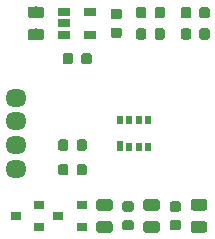
<source format=gtp>
G04 #@! TF.GenerationSoftware,KiCad,Pcbnew,(5.1.2)-1*
G04 #@! TF.CreationDate,2025-09-14T13:11:52+09:00*
G04 #@! TF.ProjectId,ots,6f74732e-6b69-4636-9164-5f7063625858,v1.1*
G04 #@! TF.SameCoordinates,Original*
G04 #@! TF.FileFunction,Paste,Top*
G04 #@! TF.FilePolarity,Positive*
%FSLAX46Y46*%
G04 Gerber Fmt 4.6, Leading zero omitted, Abs format (unit mm)*
G04 Created by KiCad (PCBNEW (5.1.2)-1) date 2025-09-14 13:11:52*
%MOMM*%
%LPD*%
G04 APERTURE LIST*
%ADD10R,1.060000X0.650000*%
%ADD11C,0.100000*%
%ADD12C,0.875000*%
%ADD13R,0.900000X0.800000*%
%ADD14C,0.975000*%
%ADD15R,0.490000X0.740000*%
%ADD16R,0.490000X0.840000*%
%ADD17O,1.800000X1.524000*%
G04 APERTURE END LIST*
D10*
X160300000Y-81250000D03*
X160300000Y-83150000D03*
X158100000Y-83150000D03*
X158100000Y-82200000D03*
X158100000Y-81250000D03*
D11*
G36*
X158252691Y-94126053D02*
G01*
X158273926Y-94129203D01*
X158294750Y-94134419D01*
X158314962Y-94141651D01*
X158334368Y-94150830D01*
X158352781Y-94161866D01*
X158370024Y-94174654D01*
X158385930Y-94189070D01*
X158400346Y-94204976D01*
X158413134Y-94222219D01*
X158424170Y-94240632D01*
X158433349Y-94260038D01*
X158440581Y-94280250D01*
X158445797Y-94301074D01*
X158448947Y-94322309D01*
X158450000Y-94343750D01*
X158450000Y-94856250D01*
X158448947Y-94877691D01*
X158445797Y-94898926D01*
X158440581Y-94919750D01*
X158433349Y-94939962D01*
X158424170Y-94959368D01*
X158413134Y-94977781D01*
X158400346Y-94995024D01*
X158385930Y-95010930D01*
X158370024Y-95025346D01*
X158352781Y-95038134D01*
X158334368Y-95049170D01*
X158314962Y-95058349D01*
X158294750Y-95065581D01*
X158273926Y-95070797D01*
X158252691Y-95073947D01*
X158231250Y-95075000D01*
X157793750Y-95075000D01*
X157772309Y-95073947D01*
X157751074Y-95070797D01*
X157730250Y-95065581D01*
X157710038Y-95058349D01*
X157690632Y-95049170D01*
X157672219Y-95038134D01*
X157654976Y-95025346D01*
X157639070Y-95010930D01*
X157624654Y-94995024D01*
X157611866Y-94977781D01*
X157600830Y-94959368D01*
X157591651Y-94939962D01*
X157584419Y-94919750D01*
X157579203Y-94898926D01*
X157576053Y-94877691D01*
X157575000Y-94856250D01*
X157575000Y-94343750D01*
X157576053Y-94322309D01*
X157579203Y-94301074D01*
X157584419Y-94280250D01*
X157591651Y-94260038D01*
X157600830Y-94240632D01*
X157611866Y-94222219D01*
X157624654Y-94204976D01*
X157639070Y-94189070D01*
X157654976Y-94174654D01*
X157672219Y-94161866D01*
X157690632Y-94150830D01*
X157710038Y-94141651D01*
X157730250Y-94134419D01*
X157751074Y-94129203D01*
X157772309Y-94126053D01*
X157793750Y-94125000D01*
X158231250Y-94125000D01*
X158252691Y-94126053D01*
X158252691Y-94126053D01*
G37*
D12*
X158012500Y-94600000D03*
D11*
G36*
X159827691Y-94126053D02*
G01*
X159848926Y-94129203D01*
X159869750Y-94134419D01*
X159889962Y-94141651D01*
X159909368Y-94150830D01*
X159927781Y-94161866D01*
X159945024Y-94174654D01*
X159960930Y-94189070D01*
X159975346Y-94204976D01*
X159988134Y-94222219D01*
X159999170Y-94240632D01*
X160008349Y-94260038D01*
X160015581Y-94280250D01*
X160020797Y-94301074D01*
X160023947Y-94322309D01*
X160025000Y-94343750D01*
X160025000Y-94856250D01*
X160023947Y-94877691D01*
X160020797Y-94898926D01*
X160015581Y-94919750D01*
X160008349Y-94939962D01*
X159999170Y-94959368D01*
X159988134Y-94977781D01*
X159975346Y-94995024D01*
X159960930Y-95010930D01*
X159945024Y-95025346D01*
X159927781Y-95038134D01*
X159909368Y-95049170D01*
X159889962Y-95058349D01*
X159869750Y-95065581D01*
X159848926Y-95070797D01*
X159827691Y-95073947D01*
X159806250Y-95075000D01*
X159368750Y-95075000D01*
X159347309Y-95073947D01*
X159326074Y-95070797D01*
X159305250Y-95065581D01*
X159285038Y-95058349D01*
X159265632Y-95049170D01*
X159247219Y-95038134D01*
X159229976Y-95025346D01*
X159214070Y-95010930D01*
X159199654Y-94995024D01*
X159186866Y-94977781D01*
X159175830Y-94959368D01*
X159166651Y-94939962D01*
X159159419Y-94919750D01*
X159154203Y-94898926D01*
X159151053Y-94877691D01*
X159150000Y-94856250D01*
X159150000Y-94343750D01*
X159151053Y-94322309D01*
X159154203Y-94301074D01*
X159159419Y-94280250D01*
X159166651Y-94260038D01*
X159175830Y-94240632D01*
X159186866Y-94222219D01*
X159199654Y-94204976D01*
X159214070Y-94189070D01*
X159229976Y-94174654D01*
X159247219Y-94161866D01*
X159265632Y-94150830D01*
X159285038Y-94141651D01*
X159305250Y-94134419D01*
X159326074Y-94129203D01*
X159347309Y-94126053D01*
X159368750Y-94125000D01*
X159806250Y-94125000D01*
X159827691Y-94126053D01*
X159827691Y-94126053D01*
G37*
D12*
X159587500Y-94600000D03*
D11*
G36*
X158252691Y-92026053D02*
G01*
X158273926Y-92029203D01*
X158294750Y-92034419D01*
X158314962Y-92041651D01*
X158334368Y-92050830D01*
X158352781Y-92061866D01*
X158370024Y-92074654D01*
X158385930Y-92089070D01*
X158400346Y-92104976D01*
X158413134Y-92122219D01*
X158424170Y-92140632D01*
X158433349Y-92160038D01*
X158440581Y-92180250D01*
X158445797Y-92201074D01*
X158448947Y-92222309D01*
X158450000Y-92243750D01*
X158450000Y-92756250D01*
X158448947Y-92777691D01*
X158445797Y-92798926D01*
X158440581Y-92819750D01*
X158433349Y-92839962D01*
X158424170Y-92859368D01*
X158413134Y-92877781D01*
X158400346Y-92895024D01*
X158385930Y-92910930D01*
X158370024Y-92925346D01*
X158352781Y-92938134D01*
X158334368Y-92949170D01*
X158314962Y-92958349D01*
X158294750Y-92965581D01*
X158273926Y-92970797D01*
X158252691Y-92973947D01*
X158231250Y-92975000D01*
X157793750Y-92975000D01*
X157772309Y-92973947D01*
X157751074Y-92970797D01*
X157730250Y-92965581D01*
X157710038Y-92958349D01*
X157690632Y-92949170D01*
X157672219Y-92938134D01*
X157654976Y-92925346D01*
X157639070Y-92910930D01*
X157624654Y-92895024D01*
X157611866Y-92877781D01*
X157600830Y-92859368D01*
X157591651Y-92839962D01*
X157584419Y-92819750D01*
X157579203Y-92798926D01*
X157576053Y-92777691D01*
X157575000Y-92756250D01*
X157575000Y-92243750D01*
X157576053Y-92222309D01*
X157579203Y-92201074D01*
X157584419Y-92180250D01*
X157591651Y-92160038D01*
X157600830Y-92140632D01*
X157611866Y-92122219D01*
X157624654Y-92104976D01*
X157639070Y-92089070D01*
X157654976Y-92074654D01*
X157672219Y-92061866D01*
X157690632Y-92050830D01*
X157710038Y-92041651D01*
X157730250Y-92034419D01*
X157751074Y-92029203D01*
X157772309Y-92026053D01*
X157793750Y-92025000D01*
X158231250Y-92025000D01*
X158252691Y-92026053D01*
X158252691Y-92026053D01*
G37*
D12*
X158012500Y-92500000D03*
D11*
G36*
X159827691Y-92026053D02*
G01*
X159848926Y-92029203D01*
X159869750Y-92034419D01*
X159889962Y-92041651D01*
X159909368Y-92050830D01*
X159927781Y-92061866D01*
X159945024Y-92074654D01*
X159960930Y-92089070D01*
X159975346Y-92104976D01*
X159988134Y-92122219D01*
X159999170Y-92140632D01*
X160008349Y-92160038D01*
X160015581Y-92180250D01*
X160020797Y-92201074D01*
X160023947Y-92222309D01*
X160025000Y-92243750D01*
X160025000Y-92756250D01*
X160023947Y-92777691D01*
X160020797Y-92798926D01*
X160015581Y-92819750D01*
X160008349Y-92839962D01*
X159999170Y-92859368D01*
X159988134Y-92877781D01*
X159975346Y-92895024D01*
X159960930Y-92910930D01*
X159945024Y-92925346D01*
X159927781Y-92938134D01*
X159909368Y-92949170D01*
X159889962Y-92958349D01*
X159869750Y-92965581D01*
X159848926Y-92970797D01*
X159827691Y-92973947D01*
X159806250Y-92975000D01*
X159368750Y-92975000D01*
X159347309Y-92973947D01*
X159326074Y-92970797D01*
X159305250Y-92965581D01*
X159285038Y-92958349D01*
X159265632Y-92949170D01*
X159247219Y-92938134D01*
X159229976Y-92925346D01*
X159214070Y-92910930D01*
X159199654Y-92895024D01*
X159186866Y-92877781D01*
X159175830Y-92859368D01*
X159166651Y-92839962D01*
X159159419Y-92819750D01*
X159154203Y-92798926D01*
X159151053Y-92777691D01*
X159150000Y-92756250D01*
X159150000Y-92243750D01*
X159151053Y-92222309D01*
X159154203Y-92201074D01*
X159159419Y-92180250D01*
X159166651Y-92160038D01*
X159175830Y-92140632D01*
X159186866Y-92122219D01*
X159199654Y-92104976D01*
X159214070Y-92089070D01*
X159229976Y-92074654D01*
X159247219Y-92061866D01*
X159265632Y-92050830D01*
X159285038Y-92041651D01*
X159305250Y-92034419D01*
X159326074Y-92029203D01*
X159347309Y-92026053D01*
X159368750Y-92025000D01*
X159806250Y-92025000D01*
X159827691Y-92026053D01*
X159827691Y-92026053D01*
G37*
D12*
X159587500Y-92500000D03*
D13*
X154000000Y-98500000D03*
X156000000Y-97550000D03*
X156000000Y-99450000D03*
X157600000Y-98500000D03*
X159600000Y-97550000D03*
X159600000Y-99450000D03*
D11*
G36*
X162777691Y-82551053D02*
G01*
X162798926Y-82554203D01*
X162819750Y-82559419D01*
X162839962Y-82566651D01*
X162859368Y-82575830D01*
X162877781Y-82586866D01*
X162895024Y-82599654D01*
X162910930Y-82614070D01*
X162925346Y-82629976D01*
X162938134Y-82647219D01*
X162949170Y-82665632D01*
X162958349Y-82685038D01*
X162965581Y-82705250D01*
X162970797Y-82726074D01*
X162973947Y-82747309D01*
X162975000Y-82768750D01*
X162975000Y-83206250D01*
X162973947Y-83227691D01*
X162970797Y-83248926D01*
X162965581Y-83269750D01*
X162958349Y-83289962D01*
X162949170Y-83309368D01*
X162938134Y-83327781D01*
X162925346Y-83345024D01*
X162910930Y-83360930D01*
X162895024Y-83375346D01*
X162877781Y-83388134D01*
X162859368Y-83399170D01*
X162839962Y-83408349D01*
X162819750Y-83415581D01*
X162798926Y-83420797D01*
X162777691Y-83423947D01*
X162756250Y-83425000D01*
X162243750Y-83425000D01*
X162222309Y-83423947D01*
X162201074Y-83420797D01*
X162180250Y-83415581D01*
X162160038Y-83408349D01*
X162140632Y-83399170D01*
X162122219Y-83388134D01*
X162104976Y-83375346D01*
X162089070Y-83360930D01*
X162074654Y-83345024D01*
X162061866Y-83327781D01*
X162050830Y-83309368D01*
X162041651Y-83289962D01*
X162034419Y-83269750D01*
X162029203Y-83248926D01*
X162026053Y-83227691D01*
X162025000Y-83206250D01*
X162025000Y-82768750D01*
X162026053Y-82747309D01*
X162029203Y-82726074D01*
X162034419Y-82705250D01*
X162041651Y-82685038D01*
X162050830Y-82665632D01*
X162061866Y-82647219D01*
X162074654Y-82629976D01*
X162089070Y-82614070D01*
X162104976Y-82599654D01*
X162122219Y-82586866D01*
X162140632Y-82575830D01*
X162160038Y-82566651D01*
X162180250Y-82559419D01*
X162201074Y-82554203D01*
X162222309Y-82551053D01*
X162243750Y-82550000D01*
X162756250Y-82550000D01*
X162777691Y-82551053D01*
X162777691Y-82551053D01*
G37*
D12*
X162500000Y-82987500D03*
D11*
G36*
X162777691Y-80976053D02*
G01*
X162798926Y-80979203D01*
X162819750Y-80984419D01*
X162839962Y-80991651D01*
X162859368Y-81000830D01*
X162877781Y-81011866D01*
X162895024Y-81024654D01*
X162910930Y-81039070D01*
X162925346Y-81054976D01*
X162938134Y-81072219D01*
X162949170Y-81090632D01*
X162958349Y-81110038D01*
X162965581Y-81130250D01*
X162970797Y-81151074D01*
X162973947Y-81172309D01*
X162975000Y-81193750D01*
X162975000Y-81631250D01*
X162973947Y-81652691D01*
X162970797Y-81673926D01*
X162965581Y-81694750D01*
X162958349Y-81714962D01*
X162949170Y-81734368D01*
X162938134Y-81752781D01*
X162925346Y-81770024D01*
X162910930Y-81785930D01*
X162895024Y-81800346D01*
X162877781Y-81813134D01*
X162859368Y-81824170D01*
X162839962Y-81833349D01*
X162819750Y-81840581D01*
X162798926Y-81845797D01*
X162777691Y-81848947D01*
X162756250Y-81850000D01*
X162243750Y-81850000D01*
X162222309Y-81848947D01*
X162201074Y-81845797D01*
X162180250Y-81840581D01*
X162160038Y-81833349D01*
X162140632Y-81824170D01*
X162122219Y-81813134D01*
X162104976Y-81800346D01*
X162089070Y-81785930D01*
X162074654Y-81770024D01*
X162061866Y-81752781D01*
X162050830Y-81734368D01*
X162041651Y-81714962D01*
X162034419Y-81694750D01*
X162029203Y-81673926D01*
X162026053Y-81652691D01*
X162025000Y-81631250D01*
X162025000Y-81193750D01*
X162026053Y-81172309D01*
X162029203Y-81151074D01*
X162034419Y-81130250D01*
X162041651Y-81110038D01*
X162050830Y-81090632D01*
X162061866Y-81072219D01*
X162074654Y-81054976D01*
X162089070Y-81039070D01*
X162104976Y-81024654D01*
X162122219Y-81011866D01*
X162140632Y-81000830D01*
X162160038Y-80991651D01*
X162180250Y-80984419D01*
X162201074Y-80979203D01*
X162222309Y-80976053D01*
X162243750Y-80975000D01*
X162756250Y-80975000D01*
X162777691Y-80976053D01*
X162777691Y-80976053D01*
G37*
D12*
X162500000Y-81412500D03*
D11*
G36*
X158652691Y-84726053D02*
G01*
X158673926Y-84729203D01*
X158694750Y-84734419D01*
X158714962Y-84741651D01*
X158734368Y-84750830D01*
X158752781Y-84761866D01*
X158770024Y-84774654D01*
X158785930Y-84789070D01*
X158800346Y-84804976D01*
X158813134Y-84822219D01*
X158824170Y-84840632D01*
X158833349Y-84860038D01*
X158840581Y-84880250D01*
X158845797Y-84901074D01*
X158848947Y-84922309D01*
X158850000Y-84943750D01*
X158850000Y-85456250D01*
X158848947Y-85477691D01*
X158845797Y-85498926D01*
X158840581Y-85519750D01*
X158833349Y-85539962D01*
X158824170Y-85559368D01*
X158813134Y-85577781D01*
X158800346Y-85595024D01*
X158785930Y-85610930D01*
X158770024Y-85625346D01*
X158752781Y-85638134D01*
X158734368Y-85649170D01*
X158714962Y-85658349D01*
X158694750Y-85665581D01*
X158673926Y-85670797D01*
X158652691Y-85673947D01*
X158631250Y-85675000D01*
X158193750Y-85675000D01*
X158172309Y-85673947D01*
X158151074Y-85670797D01*
X158130250Y-85665581D01*
X158110038Y-85658349D01*
X158090632Y-85649170D01*
X158072219Y-85638134D01*
X158054976Y-85625346D01*
X158039070Y-85610930D01*
X158024654Y-85595024D01*
X158011866Y-85577781D01*
X158000830Y-85559368D01*
X157991651Y-85539962D01*
X157984419Y-85519750D01*
X157979203Y-85498926D01*
X157976053Y-85477691D01*
X157975000Y-85456250D01*
X157975000Y-84943750D01*
X157976053Y-84922309D01*
X157979203Y-84901074D01*
X157984419Y-84880250D01*
X157991651Y-84860038D01*
X158000830Y-84840632D01*
X158011866Y-84822219D01*
X158024654Y-84804976D01*
X158039070Y-84789070D01*
X158054976Y-84774654D01*
X158072219Y-84761866D01*
X158090632Y-84750830D01*
X158110038Y-84741651D01*
X158130250Y-84734419D01*
X158151074Y-84729203D01*
X158172309Y-84726053D01*
X158193750Y-84725000D01*
X158631250Y-84725000D01*
X158652691Y-84726053D01*
X158652691Y-84726053D01*
G37*
D12*
X158412500Y-85200000D03*
D11*
G36*
X160227691Y-84726053D02*
G01*
X160248926Y-84729203D01*
X160269750Y-84734419D01*
X160289962Y-84741651D01*
X160309368Y-84750830D01*
X160327781Y-84761866D01*
X160345024Y-84774654D01*
X160360930Y-84789070D01*
X160375346Y-84804976D01*
X160388134Y-84822219D01*
X160399170Y-84840632D01*
X160408349Y-84860038D01*
X160415581Y-84880250D01*
X160420797Y-84901074D01*
X160423947Y-84922309D01*
X160425000Y-84943750D01*
X160425000Y-85456250D01*
X160423947Y-85477691D01*
X160420797Y-85498926D01*
X160415581Y-85519750D01*
X160408349Y-85539962D01*
X160399170Y-85559368D01*
X160388134Y-85577781D01*
X160375346Y-85595024D01*
X160360930Y-85610930D01*
X160345024Y-85625346D01*
X160327781Y-85638134D01*
X160309368Y-85649170D01*
X160289962Y-85658349D01*
X160269750Y-85665581D01*
X160248926Y-85670797D01*
X160227691Y-85673947D01*
X160206250Y-85675000D01*
X159768750Y-85675000D01*
X159747309Y-85673947D01*
X159726074Y-85670797D01*
X159705250Y-85665581D01*
X159685038Y-85658349D01*
X159665632Y-85649170D01*
X159647219Y-85638134D01*
X159629976Y-85625346D01*
X159614070Y-85610930D01*
X159599654Y-85595024D01*
X159586866Y-85577781D01*
X159575830Y-85559368D01*
X159566651Y-85539962D01*
X159559419Y-85519750D01*
X159554203Y-85498926D01*
X159551053Y-85477691D01*
X159550000Y-85456250D01*
X159550000Y-84943750D01*
X159551053Y-84922309D01*
X159554203Y-84901074D01*
X159559419Y-84880250D01*
X159566651Y-84860038D01*
X159575830Y-84840632D01*
X159586866Y-84822219D01*
X159599654Y-84804976D01*
X159614070Y-84789070D01*
X159629976Y-84774654D01*
X159647219Y-84761866D01*
X159665632Y-84750830D01*
X159685038Y-84741651D01*
X159705250Y-84734419D01*
X159726074Y-84729203D01*
X159747309Y-84726053D01*
X159768750Y-84725000D01*
X160206250Y-84725000D01*
X160227691Y-84726053D01*
X160227691Y-84726053D01*
G37*
D12*
X159987500Y-85200000D03*
D11*
G36*
X156180142Y-82651174D02*
G01*
X156203803Y-82654684D01*
X156227007Y-82660496D01*
X156249529Y-82668554D01*
X156271153Y-82678782D01*
X156291670Y-82691079D01*
X156310883Y-82705329D01*
X156328607Y-82721393D01*
X156344671Y-82739117D01*
X156358921Y-82758330D01*
X156371218Y-82778847D01*
X156381446Y-82800471D01*
X156389504Y-82822993D01*
X156395316Y-82846197D01*
X156398826Y-82869858D01*
X156400000Y-82893750D01*
X156400000Y-83381250D01*
X156398826Y-83405142D01*
X156395316Y-83428803D01*
X156389504Y-83452007D01*
X156381446Y-83474529D01*
X156371218Y-83496153D01*
X156358921Y-83516670D01*
X156344671Y-83535883D01*
X156328607Y-83553607D01*
X156310883Y-83569671D01*
X156291670Y-83583921D01*
X156271153Y-83596218D01*
X156249529Y-83606446D01*
X156227007Y-83614504D01*
X156203803Y-83620316D01*
X156180142Y-83623826D01*
X156156250Y-83625000D01*
X155243750Y-83625000D01*
X155219858Y-83623826D01*
X155196197Y-83620316D01*
X155172993Y-83614504D01*
X155150471Y-83606446D01*
X155128847Y-83596218D01*
X155108330Y-83583921D01*
X155089117Y-83569671D01*
X155071393Y-83553607D01*
X155055329Y-83535883D01*
X155041079Y-83516670D01*
X155028782Y-83496153D01*
X155018554Y-83474529D01*
X155010496Y-83452007D01*
X155004684Y-83428803D01*
X155001174Y-83405142D01*
X155000000Y-83381250D01*
X155000000Y-82893750D01*
X155001174Y-82869858D01*
X155004684Y-82846197D01*
X155010496Y-82822993D01*
X155018554Y-82800471D01*
X155028782Y-82778847D01*
X155041079Y-82758330D01*
X155055329Y-82739117D01*
X155071393Y-82721393D01*
X155089117Y-82705329D01*
X155108330Y-82691079D01*
X155128847Y-82678782D01*
X155150471Y-82668554D01*
X155172993Y-82660496D01*
X155196197Y-82654684D01*
X155219858Y-82651174D01*
X155243750Y-82650000D01*
X156156250Y-82650000D01*
X156180142Y-82651174D01*
X156180142Y-82651174D01*
G37*
D14*
X155700000Y-83137500D03*
D11*
G36*
X156180142Y-80776174D02*
G01*
X156203803Y-80779684D01*
X156227007Y-80785496D01*
X156249529Y-80793554D01*
X156271153Y-80803782D01*
X156291670Y-80816079D01*
X156310883Y-80830329D01*
X156328607Y-80846393D01*
X156344671Y-80864117D01*
X156358921Y-80883330D01*
X156371218Y-80903847D01*
X156381446Y-80925471D01*
X156389504Y-80947993D01*
X156395316Y-80971197D01*
X156398826Y-80994858D01*
X156400000Y-81018750D01*
X156400000Y-81506250D01*
X156398826Y-81530142D01*
X156395316Y-81553803D01*
X156389504Y-81577007D01*
X156381446Y-81599529D01*
X156371218Y-81621153D01*
X156358921Y-81641670D01*
X156344671Y-81660883D01*
X156328607Y-81678607D01*
X156310883Y-81694671D01*
X156291670Y-81708921D01*
X156271153Y-81721218D01*
X156249529Y-81731446D01*
X156227007Y-81739504D01*
X156203803Y-81745316D01*
X156180142Y-81748826D01*
X156156250Y-81750000D01*
X155243750Y-81750000D01*
X155219858Y-81748826D01*
X155196197Y-81745316D01*
X155172993Y-81739504D01*
X155150471Y-81731446D01*
X155128847Y-81721218D01*
X155108330Y-81708921D01*
X155089117Y-81694671D01*
X155071393Y-81678607D01*
X155055329Y-81660883D01*
X155041079Y-81641670D01*
X155028782Y-81621153D01*
X155018554Y-81599529D01*
X155010496Y-81577007D01*
X155004684Y-81553803D01*
X155001174Y-81530142D01*
X155000000Y-81506250D01*
X155000000Y-81018750D01*
X155001174Y-80994858D01*
X155004684Y-80971197D01*
X155010496Y-80947993D01*
X155018554Y-80925471D01*
X155028782Y-80903847D01*
X155041079Y-80883330D01*
X155055329Y-80864117D01*
X155071393Y-80846393D01*
X155089117Y-80830329D01*
X155108330Y-80816079D01*
X155128847Y-80803782D01*
X155150471Y-80793554D01*
X155172993Y-80785496D01*
X155196197Y-80779684D01*
X155219858Y-80776174D01*
X155243750Y-80775000D01*
X156156250Y-80775000D01*
X156180142Y-80776174D01*
X156180142Y-80776174D01*
G37*
D14*
X155700000Y-81262500D03*
D15*
X162800000Y-90355000D03*
X163600000Y-90355000D03*
X164400000Y-90355000D03*
X165200000Y-90355000D03*
X165200000Y-92645000D03*
X164400000Y-92645000D03*
X163600000Y-92645000D03*
D16*
X162800000Y-92600000D03*
D11*
G36*
X164852691Y-82626053D02*
G01*
X164873926Y-82629203D01*
X164894750Y-82634419D01*
X164914962Y-82641651D01*
X164934368Y-82650830D01*
X164952781Y-82661866D01*
X164970024Y-82674654D01*
X164985930Y-82689070D01*
X165000346Y-82704976D01*
X165013134Y-82722219D01*
X165024170Y-82740632D01*
X165033349Y-82760038D01*
X165040581Y-82780250D01*
X165045797Y-82801074D01*
X165048947Y-82822309D01*
X165050000Y-82843750D01*
X165050000Y-83356250D01*
X165048947Y-83377691D01*
X165045797Y-83398926D01*
X165040581Y-83419750D01*
X165033349Y-83439962D01*
X165024170Y-83459368D01*
X165013134Y-83477781D01*
X165000346Y-83495024D01*
X164985930Y-83510930D01*
X164970024Y-83525346D01*
X164952781Y-83538134D01*
X164934368Y-83549170D01*
X164914962Y-83558349D01*
X164894750Y-83565581D01*
X164873926Y-83570797D01*
X164852691Y-83573947D01*
X164831250Y-83575000D01*
X164393750Y-83575000D01*
X164372309Y-83573947D01*
X164351074Y-83570797D01*
X164330250Y-83565581D01*
X164310038Y-83558349D01*
X164290632Y-83549170D01*
X164272219Y-83538134D01*
X164254976Y-83525346D01*
X164239070Y-83510930D01*
X164224654Y-83495024D01*
X164211866Y-83477781D01*
X164200830Y-83459368D01*
X164191651Y-83439962D01*
X164184419Y-83419750D01*
X164179203Y-83398926D01*
X164176053Y-83377691D01*
X164175000Y-83356250D01*
X164175000Y-82843750D01*
X164176053Y-82822309D01*
X164179203Y-82801074D01*
X164184419Y-82780250D01*
X164191651Y-82760038D01*
X164200830Y-82740632D01*
X164211866Y-82722219D01*
X164224654Y-82704976D01*
X164239070Y-82689070D01*
X164254976Y-82674654D01*
X164272219Y-82661866D01*
X164290632Y-82650830D01*
X164310038Y-82641651D01*
X164330250Y-82634419D01*
X164351074Y-82629203D01*
X164372309Y-82626053D01*
X164393750Y-82625000D01*
X164831250Y-82625000D01*
X164852691Y-82626053D01*
X164852691Y-82626053D01*
G37*
D12*
X164612500Y-83100000D03*
D11*
G36*
X166427691Y-82626053D02*
G01*
X166448926Y-82629203D01*
X166469750Y-82634419D01*
X166489962Y-82641651D01*
X166509368Y-82650830D01*
X166527781Y-82661866D01*
X166545024Y-82674654D01*
X166560930Y-82689070D01*
X166575346Y-82704976D01*
X166588134Y-82722219D01*
X166599170Y-82740632D01*
X166608349Y-82760038D01*
X166615581Y-82780250D01*
X166620797Y-82801074D01*
X166623947Y-82822309D01*
X166625000Y-82843750D01*
X166625000Y-83356250D01*
X166623947Y-83377691D01*
X166620797Y-83398926D01*
X166615581Y-83419750D01*
X166608349Y-83439962D01*
X166599170Y-83459368D01*
X166588134Y-83477781D01*
X166575346Y-83495024D01*
X166560930Y-83510930D01*
X166545024Y-83525346D01*
X166527781Y-83538134D01*
X166509368Y-83549170D01*
X166489962Y-83558349D01*
X166469750Y-83565581D01*
X166448926Y-83570797D01*
X166427691Y-83573947D01*
X166406250Y-83575000D01*
X165968750Y-83575000D01*
X165947309Y-83573947D01*
X165926074Y-83570797D01*
X165905250Y-83565581D01*
X165885038Y-83558349D01*
X165865632Y-83549170D01*
X165847219Y-83538134D01*
X165829976Y-83525346D01*
X165814070Y-83510930D01*
X165799654Y-83495024D01*
X165786866Y-83477781D01*
X165775830Y-83459368D01*
X165766651Y-83439962D01*
X165759419Y-83419750D01*
X165754203Y-83398926D01*
X165751053Y-83377691D01*
X165750000Y-83356250D01*
X165750000Y-82843750D01*
X165751053Y-82822309D01*
X165754203Y-82801074D01*
X165759419Y-82780250D01*
X165766651Y-82760038D01*
X165775830Y-82740632D01*
X165786866Y-82722219D01*
X165799654Y-82704976D01*
X165814070Y-82689070D01*
X165829976Y-82674654D01*
X165847219Y-82661866D01*
X165865632Y-82650830D01*
X165885038Y-82641651D01*
X165905250Y-82634419D01*
X165926074Y-82629203D01*
X165947309Y-82626053D01*
X165968750Y-82625000D01*
X166406250Y-82625000D01*
X166427691Y-82626053D01*
X166427691Y-82626053D01*
G37*
D12*
X166187500Y-83100000D03*
D11*
G36*
X166427691Y-80826053D02*
G01*
X166448926Y-80829203D01*
X166469750Y-80834419D01*
X166489962Y-80841651D01*
X166509368Y-80850830D01*
X166527781Y-80861866D01*
X166545024Y-80874654D01*
X166560930Y-80889070D01*
X166575346Y-80904976D01*
X166588134Y-80922219D01*
X166599170Y-80940632D01*
X166608349Y-80960038D01*
X166615581Y-80980250D01*
X166620797Y-81001074D01*
X166623947Y-81022309D01*
X166625000Y-81043750D01*
X166625000Y-81556250D01*
X166623947Y-81577691D01*
X166620797Y-81598926D01*
X166615581Y-81619750D01*
X166608349Y-81639962D01*
X166599170Y-81659368D01*
X166588134Y-81677781D01*
X166575346Y-81695024D01*
X166560930Y-81710930D01*
X166545024Y-81725346D01*
X166527781Y-81738134D01*
X166509368Y-81749170D01*
X166489962Y-81758349D01*
X166469750Y-81765581D01*
X166448926Y-81770797D01*
X166427691Y-81773947D01*
X166406250Y-81775000D01*
X165968750Y-81775000D01*
X165947309Y-81773947D01*
X165926074Y-81770797D01*
X165905250Y-81765581D01*
X165885038Y-81758349D01*
X165865632Y-81749170D01*
X165847219Y-81738134D01*
X165829976Y-81725346D01*
X165814070Y-81710930D01*
X165799654Y-81695024D01*
X165786866Y-81677781D01*
X165775830Y-81659368D01*
X165766651Y-81639962D01*
X165759419Y-81619750D01*
X165754203Y-81598926D01*
X165751053Y-81577691D01*
X165750000Y-81556250D01*
X165750000Y-81043750D01*
X165751053Y-81022309D01*
X165754203Y-81001074D01*
X165759419Y-80980250D01*
X165766651Y-80960038D01*
X165775830Y-80940632D01*
X165786866Y-80922219D01*
X165799654Y-80904976D01*
X165814070Y-80889070D01*
X165829976Y-80874654D01*
X165847219Y-80861866D01*
X165865632Y-80850830D01*
X165885038Y-80841651D01*
X165905250Y-80834419D01*
X165926074Y-80829203D01*
X165947309Y-80826053D01*
X165968750Y-80825000D01*
X166406250Y-80825000D01*
X166427691Y-80826053D01*
X166427691Y-80826053D01*
G37*
D12*
X166187500Y-81300000D03*
D11*
G36*
X164852691Y-80826053D02*
G01*
X164873926Y-80829203D01*
X164894750Y-80834419D01*
X164914962Y-80841651D01*
X164934368Y-80850830D01*
X164952781Y-80861866D01*
X164970024Y-80874654D01*
X164985930Y-80889070D01*
X165000346Y-80904976D01*
X165013134Y-80922219D01*
X165024170Y-80940632D01*
X165033349Y-80960038D01*
X165040581Y-80980250D01*
X165045797Y-81001074D01*
X165048947Y-81022309D01*
X165050000Y-81043750D01*
X165050000Y-81556250D01*
X165048947Y-81577691D01*
X165045797Y-81598926D01*
X165040581Y-81619750D01*
X165033349Y-81639962D01*
X165024170Y-81659368D01*
X165013134Y-81677781D01*
X165000346Y-81695024D01*
X164985930Y-81710930D01*
X164970024Y-81725346D01*
X164952781Y-81738134D01*
X164934368Y-81749170D01*
X164914962Y-81758349D01*
X164894750Y-81765581D01*
X164873926Y-81770797D01*
X164852691Y-81773947D01*
X164831250Y-81775000D01*
X164393750Y-81775000D01*
X164372309Y-81773947D01*
X164351074Y-81770797D01*
X164330250Y-81765581D01*
X164310038Y-81758349D01*
X164290632Y-81749170D01*
X164272219Y-81738134D01*
X164254976Y-81725346D01*
X164239070Y-81710930D01*
X164224654Y-81695024D01*
X164211866Y-81677781D01*
X164200830Y-81659368D01*
X164191651Y-81639962D01*
X164184419Y-81619750D01*
X164179203Y-81598926D01*
X164176053Y-81577691D01*
X164175000Y-81556250D01*
X164175000Y-81043750D01*
X164176053Y-81022309D01*
X164179203Y-81001074D01*
X164184419Y-80980250D01*
X164191651Y-80960038D01*
X164200830Y-80940632D01*
X164211866Y-80922219D01*
X164224654Y-80904976D01*
X164239070Y-80889070D01*
X164254976Y-80874654D01*
X164272219Y-80861866D01*
X164290632Y-80850830D01*
X164310038Y-80841651D01*
X164330250Y-80834419D01*
X164351074Y-80829203D01*
X164372309Y-80826053D01*
X164393750Y-80825000D01*
X164831250Y-80825000D01*
X164852691Y-80826053D01*
X164852691Y-80826053D01*
G37*
D12*
X164612500Y-81300000D03*
D11*
G36*
X168652691Y-80826053D02*
G01*
X168673926Y-80829203D01*
X168694750Y-80834419D01*
X168714962Y-80841651D01*
X168734368Y-80850830D01*
X168752781Y-80861866D01*
X168770024Y-80874654D01*
X168785930Y-80889070D01*
X168800346Y-80904976D01*
X168813134Y-80922219D01*
X168824170Y-80940632D01*
X168833349Y-80960038D01*
X168840581Y-80980250D01*
X168845797Y-81001074D01*
X168848947Y-81022309D01*
X168850000Y-81043750D01*
X168850000Y-81556250D01*
X168848947Y-81577691D01*
X168845797Y-81598926D01*
X168840581Y-81619750D01*
X168833349Y-81639962D01*
X168824170Y-81659368D01*
X168813134Y-81677781D01*
X168800346Y-81695024D01*
X168785930Y-81710930D01*
X168770024Y-81725346D01*
X168752781Y-81738134D01*
X168734368Y-81749170D01*
X168714962Y-81758349D01*
X168694750Y-81765581D01*
X168673926Y-81770797D01*
X168652691Y-81773947D01*
X168631250Y-81775000D01*
X168193750Y-81775000D01*
X168172309Y-81773947D01*
X168151074Y-81770797D01*
X168130250Y-81765581D01*
X168110038Y-81758349D01*
X168090632Y-81749170D01*
X168072219Y-81738134D01*
X168054976Y-81725346D01*
X168039070Y-81710930D01*
X168024654Y-81695024D01*
X168011866Y-81677781D01*
X168000830Y-81659368D01*
X167991651Y-81639962D01*
X167984419Y-81619750D01*
X167979203Y-81598926D01*
X167976053Y-81577691D01*
X167975000Y-81556250D01*
X167975000Y-81043750D01*
X167976053Y-81022309D01*
X167979203Y-81001074D01*
X167984419Y-80980250D01*
X167991651Y-80960038D01*
X168000830Y-80940632D01*
X168011866Y-80922219D01*
X168024654Y-80904976D01*
X168039070Y-80889070D01*
X168054976Y-80874654D01*
X168072219Y-80861866D01*
X168090632Y-80850830D01*
X168110038Y-80841651D01*
X168130250Y-80834419D01*
X168151074Y-80829203D01*
X168172309Y-80826053D01*
X168193750Y-80825000D01*
X168631250Y-80825000D01*
X168652691Y-80826053D01*
X168652691Y-80826053D01*
G37*
D12*
X168412500Y-81300000D03*
D11*
G36*
X170227691Y-80826053D02*
G01*
X170248926Y-80829203D01*
X170269750Y-80834419D01*
X170289962Y-80841651D01*
X170309368Y-80850830D01*
X170327781Y-80861866D01*
X170345024Y-80874654D01*
X170360930Y-80889070D01*
X170375346Y-80904976D01*
X170388134Y-80922219D01*
X170399170Y-80940632D01*
X170408349Y-80960038D01*
X170415581Y-80980250D01*
X170420797Y-81001074D01*
X170423947Y-81022309D01*
X170425000Y-81043750D01*
X170425000Y-81556250D01*
X170423947Y-81577691D01*
X170420797Y-81598926D01*
X170415581Y-81619750D01*
X170408349Y-81639962D01*
X170399170Y-81659368D01*
X170388134Y-81677781D01*
X170375346Y-81695024D01*
X170360930Y-81710930D01*
X170345024Y-81725346D01*
X170327781Y-81738134D01*
X170309368Y-81749170D01*
X170289962Y-81758349D01*
X170269750Y-81765581D01*
X170248926Y-81770797D01*
X170227691Y-81773947D01*
X170206250Y-81775000D01*
X169768750Y-81775000D01*
X169747309Y-81773947D01*
X169726074Y-81770797D01*
X169705250Y-81765581D01*
X169685038Y-81758349D01*
X169665632Y-81749170D01*
X169647219Y-81738134D01*
X169629976Y-81725346D01*
X169614070Y-81710930D01*
X169599654Y-81695024D01*
X169586866Y-81677781D01*
X169575830Y-81659368D01*
X169566651Y-81639962D01*
X169559419Y-81619750D01*
X169554203Y-81598926D01*
X169551053Y-81577691D01*
X169550000Y-81556250D01*
X169550000Y-81043750D01*
X169551053Y-81022309D01*
X169554203Y-81001074D01*
X169559419Y-80980250D01*
X169566651Y-80960038D01*
X169575830Y-80940632D01*
X169586866Y-80922219D01*
X169599654Y-80904976D01*
X169614070Y-80889070D01*
X169629976Y-80874654D01*
X169647219Y-80861866D01*
X169665632Y-80850830D01*
X169685038Y-80841651D01*
X169705250Y-80834419D01*
X169726074Y-80829203D01*
X169747309Y-80826053D01*
X169768750Y-80825000D01*
X170206250Y-80825000D01*
X170227691Y-80826053D01*
X170227691Y-80826053D01*
G37*
D12*
X169987500Y-81300000D03*
D11*
G36*
X168652691Y-82626053D02*
G01*
X168673926Y-82629203D01*
X168694750Y-82634419D01*
X168714962Y-82641651D01*
X168734368Y-82650830D01*
X168752781Y-82661866D01*
X168770024Y-82674654D01*
X168785930Y-82689070D01*
X168800346Y-82704976D01*
X168813134Y-82722219D01*
X168824170Y-82740632D01*
X168833349Y-82760038D01*
X168840581Y-82780250D01*
X168845797Y-82801074D01*
X168848947Y-82822309D01*
X168850000Y-82843750D01*
X168850000Y-83356250D01*
X168848947Y-83377691D01*
X168845797Y-83398926D01*
X168840581Y-83419750D01*
X168833349Y-83439962D01*
X168824170Y-83459368D01*
X168813134Y-83477781D01*
X168800346Y-83495024D01*
X168785930Y-83510930D01*
X168770024Y-83525346D01*
X168752781Y-83538134D01*
X168734368Y-83549170D01*
X168714962Y-83558349D01*
X168694750Y-83565581D01*
X168673926Y-83570797D01*
X168652691Y-83573947D01*
X168631250Y-83575000D01*
X168193750Y-83575000D01*
X168172309Y-83573947D01*
X168151074Y-83570797D01*
X168130250Y-83565581D01*
X168110038Y-83558349D01*
X168090632Y-83549170D01*
X168072219Y-83538134D01*
X168054976Y-83525346D01*
X168039070Y-83510930D01*
X168024654Y-83495024D01*
X168011866Y-83477781D01*
X168000830Y-83459368D01*
X167991651Y-83439962D01*
X167984419Y-83419750D01*
X167979203Y-83398926D01*
X167976053Y-83377691D01*
X167975000Y-83356250D01*
X167975000Y-82843750D01*
X167976053Y-82822309D01*
X167979203Y-82801074D01*
X167984419Y-82780250D01*
X167991651Y-82760038D01*
X168000830Y-82740632D01*
X168011866Y-82722219D01*
X168024654Y-82704976D01*
X168039070Y-82689070D01*
X168054976Y-82674654D01*
X168072219Y-82661866D01*
X168090632Y-82650830D01*
X168110038Y-82641651D01*
X168130250Y-82634419D01*
X168151074Y-82629203D01*
X168172309Y-82626053D01*
X168193750Y-82625000D01*
X168631250Y-82625000D01*
X168652691Y-82626053D01*
X168652691Y-82626053D01*
G37*
D12*
X168412500Y-83100000D03*
D11*
G36*
X170227691Y-82626053D02*
G01*
X170248926Y-82629203D01*
X170269750Y-82634419D01*
X170289962Y-82641651D01*
X170309368Y-82650830D01*
X170327781Y-82661866D01*
X170345024Y-82674654D01*
X170360930Y-82689070D01*
X170375346Y-82704976D01*
X170388134Y-82722219D01*
X170399170Y-82740632D01*
X170408349Y-82760038D01*
X170415581Y-82780250D01*
X170420797Y-82801074D01*
X170423947Y-82822309D01*
X170425000Y-82843750D01*
X170425000Y-83356250D01*
X170423947Y-83377691D01*
X170420797Y-83398926D01*
X170415581Y-83419750D01*
X170408349Y-83439962D01*
X170399170Y-83459368D01*
X170388134Y-83477781D01*
X170375346Y-83495024D01*
X170360930Y-83510930D01*
X170345024Y-83525346D01*
X170327781Y-83538134D01*
X170309368Y-83549170D01*
X170289962Y-83558349D01*
X170269750Y-83565581D01*
X170248926Y-83570797D01*
X170227691Y-83573947D01*
X170206250Y-83575000D01*
X169768750Y-83575000D01*
X169747309Y-83573947D01*
X169726074Y-83570797D01*
X169705250Y-83565581D01*
X169685038Y-83558349D01*
X169665632Y-83549170D01*
X169647219Y-83538134D01*
X169629976Y-83525346D01*
X169614070Y-83510930D01*
X169599654Y-83495024D01*
X169586866Y-83477781D01*
X169575830Y-83459368D01*
X169566651Y-83439962D01*
X169559419Y-83419750D01*
X169554203Y-83398926D01*
X169551053Y-83377691D01*
X169550000Y-83356250D01*
X169550000Y-82843750D01*
X169551053Y-82822309D01*
X169554203Y-82801074D01*
X169559419Y-82780250D01*
X169566651Y-82760038D01*
X169575830Y-82740632D01*
X169586866Y-82722219D01*
X169599654Y-82704976D01*
X169614070Y-82689070D01*
X169629976Y-82674654D01*
X169647219Y-82661866D01*
X169665632Y-82650830D01*
X169685038Y-82641651D01*
X169705250Y-82634419D01*
X169726074Y-82629203D01*
X169747309Y-82626053D01*
X169768750Y-82625000D01*
X170206250Y-82625000D01*
X170227691Y-82626053D01*
X170227691Y-82626053D01*
G37*
D12*
X169987500Y-83100000D03*
D17*
X154000000Y-94500000D03*
X154000000Y-92500000D03*
X154000000Y-90500000D03*
X154000000Y-88500000D03*
D11*
G36*
X165980142Y-98951174D02*
G01*
X166003803Y-98954684D01*
X166027007Y-98960496D01*
X166049529Y-98968554D01*
X166071153Y-98978782D01*
X166091670Y-98991079D01*
X166110883Y-99005329D01*
X166128607Y-99021393D01*
X166144671Y-99039117D01*
X166158921Y-99058330D01*
X166171218Y-99078847D01*
X166181446Y-99100471D01*
X166189504Y-99122993D01*
X166195316Y-99146197D01*
X166198826Y-99169858D01*
X166200000Y-99193750D01*
X166200000Y-99681250D01*
X166198826Y-99705142D01*
X166195316Y-99728803D01*
X166189504Y-99752007D01*
X166181446Y-99774529D01*
X166171218Y-99796153D01*
X166158921Y-99816670D01*
X166144671Y-99835883D01*
X166128607Y-99853607D01*
X166110883Y-99869671D01*
X166091670Y-99883921D01*
X166071153Y-99896218D01*
X166049529Y-99906446D01*
X166027007Y-99914504D01*
X166003803Y-99920316D01*
X165980142Y-99923826D01*
X165956250Y-99925000D01*
X165043750Y-99925000D01*
X165019858Y-99923826D01*
X164996197Y-99920316D01*
X164972993Y-99914504D01*
X164950471Y-99906446D01*
X164928847Y-99896218D01*
X164908330Y-99883921D01*
X164889117Y-99869671D01*
X164871393Y-99853607D01*
X164855329Y-99835883D01*
X164841079Y-99816670D01*
X164828782Y-99796153D01*
X164818554Y-99774529D01*
X164810496Y-99752007D01*
X164804684Y-99728803D01*
X164801174Y-99705142D01*
X164800000Y-99681250D01*
X164800000Y-99193750D01*
X164801174Y-99169858D01*
X164804684Y-99146197D01*
X164810496Y-99122993D01*
X164818554Y-99100471D01*
X164828782Y-99078847D01*
X164841079Y-99058330D01*
X164855329Y-99039117D01*
X164871393Y-99021393D01*
X164889117Y-99005329D01*
X164908330Y-98991079D01*
X164928847Y-98978782D01*
X164950471Y-98968554D01*
X164972993Y-98960496D01*
X164996197Y-98954684D01*
X165019858Y-98951174D01*
X165043750Y-98950000D01*
X165956250Y-98950000D01*
X165980142Y-98951174D01*
X165980142Y-98951174D01*
G37*
D14*
X165500000Y-99437500D03*
D11*
G36*
X165980142Y-97076174D02*
G01*
X166003803Y-97079684D01*
X166027007Y-97085496D01*
X166049529Y-97093554D01*
X166071153Y-97103782D01*
X166091670Y-97116079D01*
X166110883Y-97130329D01*
X166128607Y-97146393D01*
X166144671Y-97164117D01*
X166158921Y-97183330D01*
X166171218Y-97203847D01*
X166181446Y-97225471D01*
X166189504Y-97247993D01*
X166195316Y-97271197D01*
X166198826Y-97294858D01*
X166200000Y-97318750D01*
X166200000Y-97806250D01*
X166198826Y-97830142D01*
X166195316Y-97853803D01*
X166189504Y-97877007D01*
X166181446Y-97899529D01*
X166171218Y-97921153D01*
X166158921Y-97941670D01*
X166144671Y-97960883D01*
X166128607Y-97978607D01*
X166110883Y-97994671D01*
X166091670Y-98008921D01*
X166071153Y-98021218D01*
X166049529Y-98031446D01*
X166027007Y-98039504D01*
X166003803Y-98045316D01*
X165980142Y-98048826D01*
X165956250Y-98050000D01*
X165043750Y-98050000D01*
X165019858Y-98048826D01*
X164996197Y-98045316D01*
X164972993Y-98039504D01*
X164950471Y-98031446D01*
X164928847Y-98021218D01*
X164908330Y-98008921D01*
X164889117Y-97994671D01*
X164871393Y-97978607D01*
X164855329Y-97960883D01*
X164841079Y-97941670D01*
X164828782Y-97921153D01*
X164818554Y-97899529D01*
X164810496Y-97877007D01*
X164804684Y-97853803D01*
X164801174Y-97830142D01*
X164800000Y-97806250D01*
X164800000Y-97318750D01*
X164801174Y-97294858D01*
X164804684Y-97271197D01*
X164810496Y-97247993D01*
X164818554Y-97225471D01*
X164828782Y-97203847D01*
X164841079Y-97183330D01*
X164855329Y-97164117D01*
X164871393Y-97146393D01*
X164889117Y-97130329D01*
X164908330Y-97116079D01*
X164928847Y-97103782D01*
X164950471Y-97093554D01*
X164972993Y-97085496D01*
X164996197Y-97079684D01*
X165019858Y-97076174D01*
X165043750Y-97075000D01*
X165956250Y-97075000D01*
X165980142Y-97076174D01*
X165980142Y-97076174D01*
G37*
D14*
X165500000Y-97562500D03*
D11*
G36*
X167777691Y-98851053D02*
G01*
X167798926Y-98854203D01*
X167819750Y-98859419D01*
X167839962Y-98866651D01*
X167859368Y-98875830D01*
X167877781Y-98886866D01*
X167895024Y-98899654D01*
X167910930Y-98914070D01*
X167925346Y-98929976D01*
X167938134Y-98947219D01*
X167949170Y-98965632D01*
X167958349Y-98985038D01*
X167965581Y-99005250D01*
X167970797Y-99026074D01*
X167973947Y-99047309D01*
X167975000Y-99068750D01*
X167975000Y-99506250D01*
X167973947Y-99527691D01*
X167970797Y-99548926D01*
X167965581Y-99569750D01*
X167958349Y-99589962D01*
X167949170Y-99609368D01*
X167938134Y-99627781D01*
X167925346Y-99645024D01*
X167910930Y-99660930D01*
X167895024Y-99675346D01*
X167877781Y-99688134D01*
X167859368Y-99699170D01*
X167839962Y-99708349D01*
X167819750Y-99715581D01*
X167798926Y-99720797D01*
X167777691Y-99723947D01*
X167756250Y-99725000D01*
X167243750Y-99725000D01*
X167222309Y-99723947D01*
X167201074Y-99720797D01*
X167180250Y-99715581D01*
X167160038Y-99708349D01*
X167140632Y-99699170D01*
X167122219Y-99688134D01*
X167104976Y-99675346D01*
X167089070Y-99660930D01*
X167074654Y-99645024D01*
X167061866Y-99627781D01*
X167050830Y-99609368D01*
X167041651Y-99589962D01*
X167034419Y-99569750D01*
X167029203Y-99548926D01*
X167026053Y-99527691D01*
X167025000Y-99506250D01*
X167025000Y-99068750D01*
X167026053Y-99047309D01*
X167029203Y-99026074D01*
X167034419Y-99005250D01*
X167041651Y-98985038D01*
X167050830Y-98965632D01*
X167061866Y-98947219D01*
X167074654Y-98929976D01*
X167089070Y-98914070D01*
X167104976Y-98899654D01*
X167122219Y-98886866D01*
X167140632Y-98875830D01*
X167160038Y-98866651D01*
X167180250Y-98859419D01*
X167201074Y-98854203D01*
X167222309Y-98851053D01*
X167243750Y-98850000D01*
X167756250Y-98850000D01*
X167777691Y-98851053D01*
X167777691Y-98851053D01*
G37*
D12*
X167500000Y-99287500D03*
D11*
G36*
X167777691Y-97276053D02*
G01*
X167798926Y-97279203D01*
X167819750Y-97284419D01*
X167839962Y-97291651D01*
X167859368Y-97300830D01*
X167877781Y-97311866D01*
X167895024Y-97324654D01*
X167910930Y-97339070D01*
X167925346Y-97354976D01*
X167938134Y-97372219D01*
X167949170Y-97390632D01*
X167958349Y-97410038D01*
X167965581Y-97430250D01*
X167970797Y-97451074D01*
X167973947Y-97472309D01*
X167975000Y-97493750D01*
X167975000Y-97931250D01*
X167973947Y-97952691D01*
X167970797Y-97973926D01*
X167965581Y-97994750D01*
X167958349Y-98014962D01*
X167949170Y-98034368D01*
X167938134Y-98052781D01*
X167925346Y-98070024D01*
X167910930Y-98085930D01*
X167895024Y-98100346D01*
X167877781Y-98113134D01*
X167859368Y-98124170D01*
X167839962Y-98133349D01*
X167819750Y-98140581D01*
X167798926Y-98145797D01*
X167777691Y-98148947D01*
X167756250Y-98150000D01*
X167243750Y-98150000D01*
X167222309Y-98148947D01*
X167201074Y-98145797D01*
X167180250Y-98140581D01*
X167160038Y-98133349D01*
X167140632Y-98124170D01*
X167122219Y-98113134D01*
X167104976Y-98100346D01*
X167089070Y-98085930D01*
X167074654Y-98070024D01*
X167061866Y-98052781D01*
X167050830Y-98034368D01*
X167041651Y-98014962D01*
X167034419Y-97994750D01*
X167029203Y-97973926D01*
X167026053Y-97952691D01*
X167025000Y-97931250D01*
X167025000Y-97493750D01*
X167026053Y-97472309D01*
X167029203Y-97451074D01*
X167034419Y-97430250D01*
X167041651Y-97410038D01*
X167050830Y-97390632D01*
X167061866Y-97372219D01*
X167074654Y-97354976D01*
X167089070Y-97339070D01*
X167104976Y-97324654D01*
X167122219Y-97311866D01*
X167140632Y-97300830D01*
X167160038Y-97291651D01*
X167180250Y-97284419D01*
X167201074Y-97279203D01*
X167222309Y-97276053D01*
X167243750Y-97275000D01*
X167756250Y-97275000D01*
X167777691Y-97276053D01*
X167777691Y-97276053D01*
G37*
D12*
X167500000Y-97712500D03*
D11*
G36*
X163777691Y-98851053D02*
G01*
X163798926Y-98854203D01*
X163819750Y-98859419D01*
X163839962Y-98866651D01*
X163859368Y-98875830D01*
X163877781Y-98886866D01*
X163895024Y-98899654D01*
X163910930Y-98914070D01*
X163925346Y-98929976D01*
X163938134Y-98947219D01*
X163949170Y-98965632D01*
X163958349Y-98985038D01*
X163965581Y-99005250D01*
X163970797Y-99026074D01*
X163973947Y-99047309D01*
X163975000Y-99068750D01*
X163975000Y-99506250D01*
X163973947Y-99527691D01*
X163970797Y-99548926D01*
X163965581Y-99569750D01*
X163958349Y-99589962D01*
X163949170Y-99609368D01*
X163938134Y-99627781D01*
X163925346Y-99645024D01*
X163910930Y-99660930D01*
X163895024Y-99675346D01*
X163877781Y-99688134D01*
X163859368Y-99699170D01*
X163839962Y-99708349D01*
X163819750Y-99715581D01*
X163798926Y-99720797D01*
X163777691Y-99723947D01*
X163756250Y-99725000D01*
X163243750Y-99725000D01*
X163222309Y-99723947D01*
X163201074Y-99720797D01*
X163180250Y-99715581D01*
X163160038Y-99708349D01*
X163140632Y-99699170D01*
X163122219Y-99688134D01*
X163104976Y-99675346D01*
X163089070Y-99660930D01*
X163074654Y-99645024D01*
X163061866Y-99627781D01*
X163050830Y-99609368D01*
X163041651Y-99589962D01*
X163034419Y-99569750D01*
X163029203Y-99548926D01*
X163026053Y-99527691D01*
X163025000Y-99506250D01*
X163025000Y-99068750D01*
X163026053Y-99047309D01*
X163029203Y-99026074D01*
X163034419Y-99005250D01*
X163041651Y-98985038D01*
X163050830Y-98965632D01*
X163061866Y-98947219D01*
X163074654Y-98929976D01*
X163089070Y-98914070D01*
X163104976Y-98899654D01*
X163122219Y-98886866D01*
X163140632Y-98875830D01*
X163160038Y-98866651D01*
X163180250Y-98859419D01*
X163201074Y-98854203D01*
X163222309Y-98851053D01*
X163243750Y-98850000D01*
X163756250Y-98850000D01*
X163777691Y-98851053D01*
X163777691Y-98851053D01*
G37*
D12*
X163500000Y-99287500D03*
D11*
G36*
X163777691Y-97276053D02*
G01*
X163798926Y-97279203D01*
X163819750Y-97284419D01*
X163839962Y-97291651D01*
X163859368Y-97300830D01*
X163877781Y-97311866D01*
X163895024Y-97324654D01*
X163910930Y-97339070D01*
X163925346Y-97354976D01*
X163938134Y-97372219D01*
X163949170Y-97390632D01*
X163958349Y-97410038D01*
X163965581Y-97430250D01*
X163970797Y-97451074D01*
X163973947Y-97472309D01*
X163975000Y-97493750D01*
X163975000Y-97931250D01*
X163973947Y-97952691D01*
X163970797Y-97973926D01*
X163965581Y-97994750D01*
X163958349Y-98014962D01*
X163949170Y-98034368D01*
X163938134Y-98052781D01*
X163925346Y-98070024D01*
X163910930Y-98085930D01*
X163895024Y-98100346D01*
X163877781Y-98113134D01*
X163859368Y-98124170D01*
X163839962Y-98133349D01*
X163819750Y-98140581D01*
X163798926Y-98145797D01*
X163777691Y-98148947D01*
X163756250Y-98150000D01*
X163243750Y-98150000D01*
X163222309Y-98148947D01*
X163201074Y-98145797D01*
X163180250Y-98140581D01*
X163160038Y-98133349D01*
X163140632Y-98124170D01*
X163122219Y-98113134D01*
X163104976Y-98100346D01*
X163089070Y-98085930D01*
X163074654Y-98070024D01*
X163061866Y-98052781D01*
X163050830Y-98034368D01*
X163041651Y-98014962D01*
X163034419Y-97994750D01*
X163029203Y-97973926D01*
X163026053Y-97952691D01*
X163025000Y-97931250D01*
X163025000Y-97493750D01*
X163026053Y-97472309D01*
X163029203Y-97451074D01*
X163034419Y-97430250D01*
X163041651Y-97410038D01*
X163050830Y-97390632D01*
X163061866Y-97372219D01*
X163074654Y-97354976D01*
X163089070Y-97339070D01*
X163104976Y-97324654D01*
X163122219Y-97311866D01*
X163140632Y-97300830D01*
X163160038Y-97291651D01*
X163180250Y-97284419D01*
X163201074Y-97279203D01*
X163222309Y-97276053D01*
X163243750Y-97275000D01*
X163756250Y-97275000D01*
X163777691Y-97276053D01*
X163777691Y-97276053D01*
G37*
D12*
X163500000Y-97712500D03*
D11*
G36*
X169980142Y-98951174D02*
G01*
X170003803Y-98954684D01*
X170027007Y-98960496D01*
X170049529Y-98968554D01*
X170071153Y-98978782D01*
X170091670Y-98991079D01*
X170110883Y-99005329D01*
X170128607Y-99021393D01*
X170144671Y-99039117D01*
X170158921Y-99058330D01*
X170171218Y-99078847D01*
X170181446Y-99100471D01*
X170189504Y-99122993D01*
X170195316Y-99146197D01*
X170198826Y-99169858D01*
X170200000Y-99193750D01*
X170200000Y-99681250D01*
X170198826Y-99705142D01*
X170195316Y-99728803D01*
X170189504Y-99752007D01*
X170181446Y-99774529D01*
X170171218Y-99796153D01*
X170158921Y-99816670D01*
X170144671Y-99835883D01*
X170128607Y-99853607D01*
X170110883Y-99869671D01*
X170091670Y-99883921D01*
X170071153Y-99896218D01*
X170049529Y-99906446D01*
X170027007Y-99914504D01*
X170003803Y-99920316D01*
X169980142Y-99923826D01*
X169956250Y-99925000D01*
X169043750Y-99925000D01*
X169019858Y-99923826D01*
X168996197Y-99920316D01*
X168972993Y-99914504D01*
X168950471Y-99906446D01*
X168928847Y-99896218D01*
X168908330Y-99883921D01*
X168889117Y-99869671D01*
X168871393Y-99853607D01*
X168855329Y-99835883D01*
X168841079Y-99816670D01*
X168828782Y-99796153D01*
X168818554Y-99774529D01*
X168810496Y-99752007D01*
X168804684Y-99728803D01*
X168801174Y-99705142D01*
X168800000Y-99681250D01*
X168800000Y-99193750D01*
X168801174Y-99169858D01*
X168804684Y-99146197D01*
X168810496Y-99122993D01*
X168818554Y-99100471D01*
X168828782Y-99078847D01*
X168841079Y-99058330D01*
X168855329Y-99039117D01*
X168871393Y-99021393D01*
X168889117Y-99005329D01*
X168908330Y-98991079D01*
X168928847Y-98978782D01*
X168950471Y-98968554D01*
X168972993Y-98960496D01*
X168996197Y-98954684D01*
X169019858Y-98951174D01*
X169043750Y-98950000D01*
X169956250Y-98950000D01*
X169980142Y-98951174D01*
X169980142Y-98951174D01*
G37*
D14*
X169500000Y-99437500D03*
D11*
G36*
X169980142Y-97076174D02*
G01*
X170003803Y-97079684D01*
X170027007Y-97085496D01*
X170049529Y-97093554D01*
X170071153Y-97103782D01*
X170091670Y-97116079D01*
X170110883Y-97130329D01*
X170128607Y-97146393D01*
X170144671Y-97164117D01*
X170158921Y-97183330D01*
X170171218Y-97203847D01*
X170181446Y-97225471D01*
X170189504Y-97247993D01*
X170195316Y-97271197D01*
X170198826Y-97294858D01*
X170200000Y-97318750D01*
X170200000Y-97806250D01*
X170198826Y-97830142D01*
X170195316Y-97853803D01*
X170189504Y-97877007D01*
X170181446Y-97899529D01*
X170171218Y-97921153D01*
X170158921Y-97941670D01*
X170144671Y-97960883D01*
X170128607Y-97978607D01*
X170110883Y-97994671D01*
X170091670Y-98008921D01*
X170071153Y-98021218D01*
X170049529Y-98031446D01*
X170027007Y-98039504D01*
X170003803Y-98045316D01*
X169980142Y-98048826D01*
X169956250Y-98050000D01*
X169043750Y-98050000D01*
X169019858Y-98048826D01*
X168996197Y-98045316D01*
X168972993Y-98039504D01*
X168950471Y-98031446D01*
X168928847Y-98021218D01*
X168908330Y-98008921D01*
X168889117Y-97994671D01*
X168871393Y-97978607D01*
X168855329Y-97960883D01*
X168841079Y-97941670D01*
X168828782Y-97921153D01*
X168818554Y-97899529D01*
X168810496Y-97877007D01*
X168804684Y-97853803D01*
X168801174Y-97830142D01*
X168800000Y-97806250D01*
X168800000Y-97318750D01*
X168801174Y-97294858D01*
X168804684Y-97271197D01*
X168810496Y-97247993D01*
X168818554Y-97225471D01*
X168828782Y-97203847D01*
X168841079Y-97183330D01*
X168855329Y-97164117D01*
X168871393Y-97146393D01*
X168889117Y-97130329D01*
X168908330Y-97116079D01*
X168928847Y-97103782D01*
X168950471Y-97093554D01*
X168972993Y-97085496D01*
X168996197Y-97079684D01*
X169019858Y-97076174D01*
X169043750Y-97075000D01*
X169956250Y-97075000D01*
X169980142Y-97076174D01*
X169980142Y-97076174D01*
G37*
D14*
X169500000Y-97562500D03*
D11*
G36*
X161980142Y-98951174D02*
G01*
X162003803Y-98954684D01*
X162027007Y-98960496D01*
X162049529Y-98968554D01*
X162071153Y-98978782D01*
X162091670Y-98991079D01*
X162110883Y-99005329D01*
X162128607Y-99021393D01*
X162144671Y-99039117D01*
X162158921Y-99058330D01*
X162171218Y-99078847D01*
X162181446Y-99100471D01*
X162189504Y-99122993D01*
X162195316Y-99146197D01*
X162198826Y-99169858D01*
X162200000Y-99193750D01*
X162200000Y-99681250D01*
X162198826Y-99705142D01*
X162195316Y-99728803D01*
X162189504Y-99752007D01*
X162181446Y-99774529D01*
X162171218Y-99796153D01*
X162158921Y-99816670D01*
X162144671Y-99835883D01*
X162128607Y-99853607D01*
X162110883Y-99869671D01*
X162091670Y-99883921D01*
X162071153Y-99896218D01*
X162049529Y-99906446D01*
X162027007Y-99914504D01*
X162003803Y-99920316D01*
X161980142Y-99923826D01*
X161956250Y-99925000D01*
X161043750Y-99925000D01*
X161019858Y-99923826D01*
X160996197Y-99920316D01*
X160972993Y-99914504D01*
X160950471Y-99906446D01*
X160928847Y-99896218D01*
X160908330Y-99883921D01*
X160889117Y-99869671D01*
X160871393Y-99853607D01*
X160855329Y-99835883D01*
X160841079Y-99816670D01*
X160828782Y-99796153D01*
X160818554Y-99774529D01*
X160810496Y-99752007D01*
X160804684Y-99728803D01*
X160801174Y-99705142D01*
X160800000Y-99681250D01*
X160800000Y-99193750D01*
X160801174Y-99169858D01*
X160804684Y-99146197D01*
X160810496Y-99122993D01*
X160818554Y-99100471D01*
X160828782Y-99078847D01*
X160841079Y-99058330D01*
X160855329Y-99039117D01*
X160871393Y-99021393D01*
X160889117Y-99005329D01*
X160908330Y-98991079D01*
X160928847Y-98978782D01*
X160950471Y-98968554D01*
X160972993Y-98960496D01*
X160996197Y-98954684D01*
X161019858Y-98951174D01*
X161043750Y-98950000D01*
X161956250Y-98950000D01*
X161980142Y-98951174D01*
X161980142Y-98951174D01*
G37*
D14*
X161500000Y-99437500D03*
D11*
G36*
X161980142Y-97076174D02*
G01*
X162003803Y-97079684D01*
X162027007Y-97085496D01*
X162049529Y-97093554D01*
X162071153Y-97103782D01*
X162091670Y-97116079D01*
X162110883Y-97130329D01*
X162128607Y-97146393D01*
X162144671Y-97164117D01*
X162158921Y-97183330D01*
X162171218Y-97203847D01*
X162181446Y-97225471D01*
X162189504Y-97247993D01*
X162195316Y-97271197D01*
X162198826Y-97294858D01*
X162200000Y-97318750D01*
X162200000Y-97806250D01*
X162198826Y-97830142D01*
X162195316Y-97853803D01*
X162189504Y-97877007D01*
X162181446Y-97899529D01*
X162171218Y-97921153D01*
X162158921Y-97941670D01*
X162144671Y-97960883D01*
X162128607Y-97978607D01*
X162110883Y-97994671D01*
X162091670Y-98008921D01*
X162071153Y-98021218D01*
X162049529Y-98031446D01*
X162027007Y-98039504D01*
X162003803Y-98045316D01*
X161980142Y-98048826D01*
X161956250Y-98050000D01*
X161043750Y-98050000D01*
X161019858Y-98048826D01*
X160996197Y-98045316D01*
X160972993Y-98039504D01*
X160950471Y-98031446D01*
X160928847Y-98021218D01*
X160908330Y-98008921D01*
X160889117Y-97994671D01*
X160871393Y-97978607D01*
X160855329Y-97960883D01*
X160841079Y-97941670D01*
X160828782Y-97921153D01*
X160818554Y-97899529D01*
X160810496Y-97877007D01*
X160804684Y-97853803D01*
X160801174Y-97830142D01*
X160800000Y-97806250D01*
X160800000Y-97318750D01*
X160801174Y-97294858D01*
X160804684Y-97271197D01*
X160810496Y-97247993D01*
X160818554Y-97225471D01*
X160828782Y-97203847D01*
X160841079Y-97183330D01*
X160855329Y-97164117D01*
X160871393Y-97146393D01*
X160889117Y-97130329D01*
X160908330Y-97116079D01*
X160928847Y-97103782D01*
X160950471Y-97093554D01*
X160972993Y-97085496D01*
X160996197Y-97079684D01*
X161019858Y-97076174D01*
X161043750Y-97075000D01*
X161956250Y-97075000D01*
X161980142Y-97076174D01*
X161980142Y-97076174D01*
G37*
D14*
X161500000Y-97562500D03*
M02*

</source>
